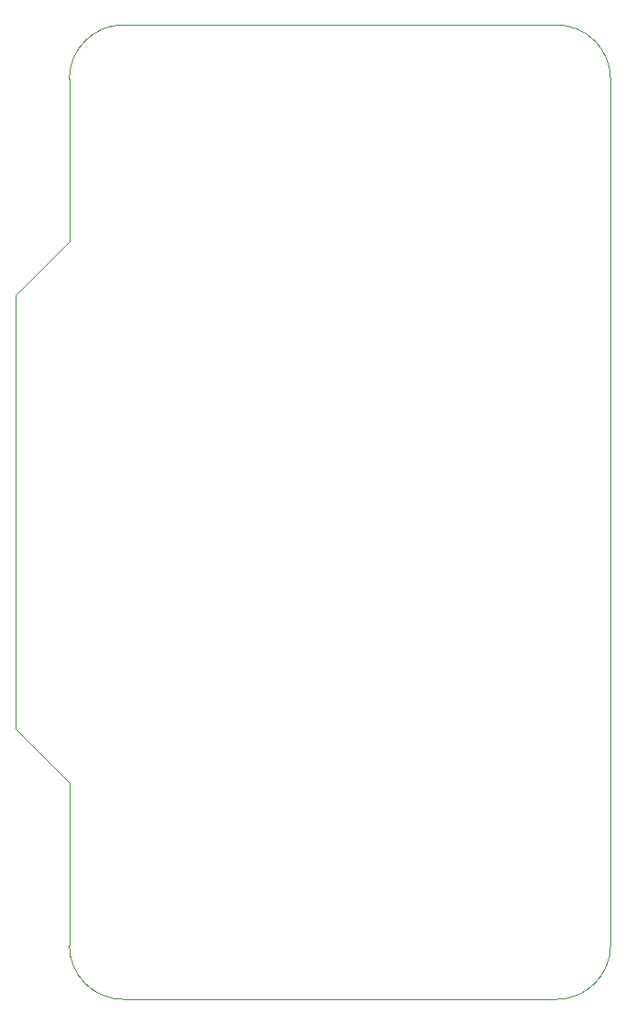
<source format=gbr>
%TF.GenerationSoftware,KiCad,Pcbnew,8.0.5*%
%TF.CreationDate,2024-10-10T20:32:44-06:00*%
%TF.ProjectId,PancakeCNCPCB,50616e63-616b-4654-934e-435043422e6b,rev?*%
%TF.SameCoordinates,Original*%
%TF.FileFunction,Profile,NP*%
%FSLAX46Y46*%
G04 Gerber Fmt 4.6, Leading zero omitted, Abs format (unit mm)*
G04 Created by KiCad (PCBNEW 8.0.5) date 2024-10-10 20:32:44*
%MOMM*%
%LPD*%
G01*
G04 APERTURE LIST*
%TA.AperFunction,Profile*%
%ADD10C,0.050000*%
%TD*%
G04 APERTURE END LIST*
D10*
X23000000Y-71000000D02*
X23000000Y-111000000D01*
X28000000Y-66000000D02*
X23000000Y-71000000D01*
X28000000Y-51000000D02*
X28000000Y-66000000D01*
X28000000Y-116000000D02*
X23000000Y-111000000D01*
X28000000Y-131000000D02*
X28000000Y-116000000D01*
X73000000Y-46000000D02*
X33000000Y-46000000D01*
X73000000Y-46000000D02*
G75*
G02*
X78000000Y-51000000I0J-5000000D01*
G01*
X78000000Y-131000000D02*
X78000000Y-51000000D01*
X78000000Y-131000000D02*
G75*
G02*
X73000000Y-136000000I-5000000J0D01*
G01*
X33000000Y-136000000D02*
X73000000Y-136000000D01*
X33000000Y-136000000D02*
G75*
G02*
X28000000Y-131000000I0J5000000D01*
G01*
X28000000Y-51000000D02*
G75*
G02*
X33000000Y-46000000I5000000J0D01*
G01*
M02*

</source>
